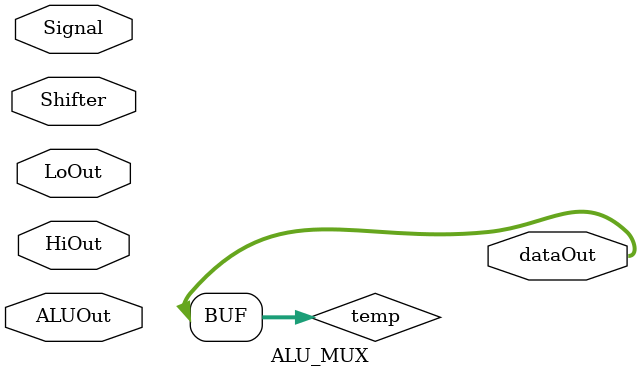
<source format=v>
module ALU_MUX( ALUOut, HiOut, LoOut, Shifter, Signal, dataOut );
input [31:0] ALUOut ;
input [31:0] HiOut ;
input [31:0] LoOut ;
input [31:0] Shifter ;
input [5:0] Signal ;
output [31:0] dataOut ;


reg [31:0] temp ;

parameter AND = 6'b100100;
parameter OR  = 6'b100101;
parameter ADD = 6'b100000;
parameter SUB = 6'b100010;
parameter SLT = 6'b101010;

parameter SRL = 6'b000010;

parameter DIVU= 6'b011011;
parameter MFHI= 6'b010000;
parameter MFLO= 6'b010010;


assign dataOut = temp ;


endmodule
</source>
